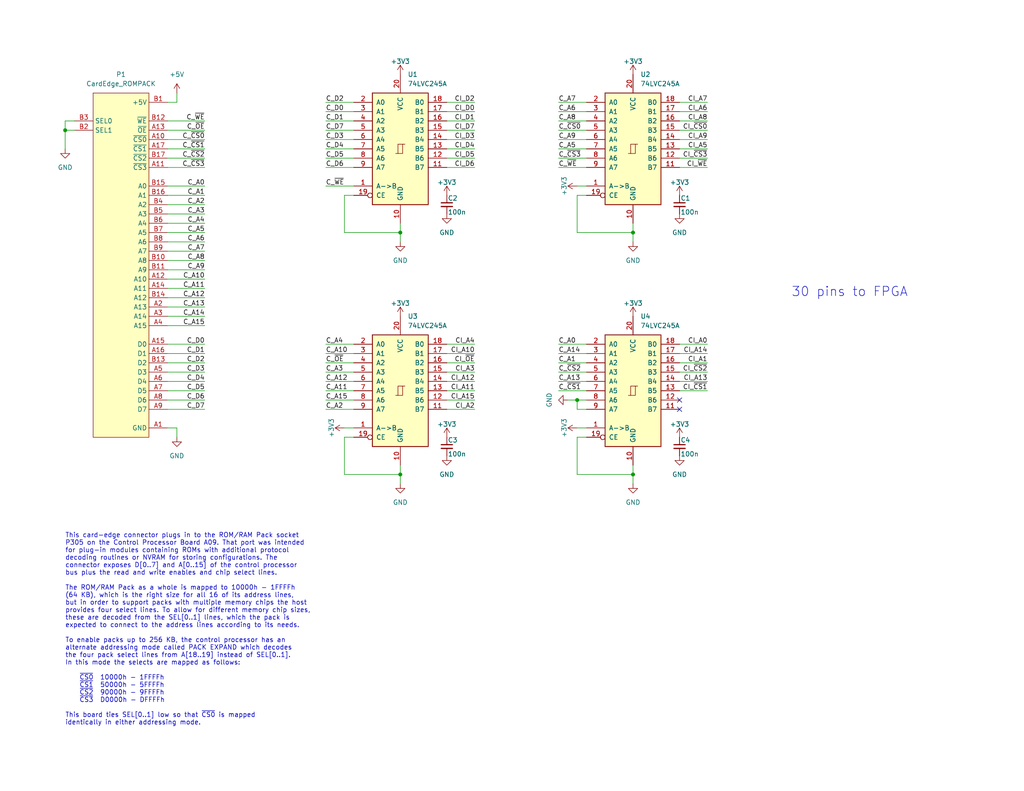
<source format=kicad_sch>
(kicad_sch (version 20211123) (generator eeschema)
  (paper "USLetter")
  (title_block (title "1240-Pi ROM Pack") (date "2022-05-21") (rev "1.0") (company "© 2022 Sam Hanes, licensed under CERN-OHL-S v2+") (comment 1 "https://github.com/Elemecca/1240pi"))
  (lib_symbols
    (symbol "0Local:CardEdge_ROMPACK" (in_bom no)
      (property "Reference" "P" (at 0 8.89 0))
      (property "Value" "CardEdge_ROMPACK" (at 0 -87.63 0))
      (symbol "CardEdge_ROMPACK_0_1"
        (rectangle (start -7.62 7.62) (end 7.62 -86.36) (fill (type background)))
      )
      (symbol "CardEdge_ROMPACK_1_1"
        (pin power_out line (at 12.7 -83.82 180) (length 5.08) (name "GND") (number "A1"))
        (pin output line (at 12.7 -5.08 180) (length 5.08) (name "~{CS0}") (number "A10"))
        (pin output line (at 12.7 -12.7 180) (length 5.08) (name "~{CS3}") (number "A11"))
        (pin output line (at 12.7 -43.18 180) (length 5.08) (name "A10") (number "A12"))
        (pin output line (at 12.7 -2.54 180) (length 5.08) (name "~{OE}") (number "A13"))
        (pin output line (at 12.7 -45.72 180) (length 5.08) (name "A11") (number "A14"))
        (pin bidirectional line (at 12.7 -60.96 180) (length 5.08) (name "D0") (number "A15"))
        (pin bidirectional line (at 12.7 -63.5 180) (length 5.08) (name "D1") (number "A16"))
        (pin output line (at 12.7 -7.62 180) (length 5.08) (name "~{CS1}") (number "A17"))
        (pin power_out line (at 12.7 -83.82 180) (length 5.08) hide (name "GND") (number "A18"))
        (pin output line (at 12.7 -50.8 180) (length 5.08) (name "A13") (number "A2"))
        (pin output line (at 12.7 -53.34 180) (length 5.08) (name "A14") (number "A3"))
        (pin output line (at 12.7 -55.88 180) (length 5.08) (name "A15") (number "A4"))
        (pin bidirectional line (at 12.7 -68.58 180) (length 5.08) (name "D3") (number "A5"))
        (pin bidirectional line (at 12.7 -71.12 180) (length 5.08) (name "D4") (number "A6"))
        (pin bidirectional line (at 12.7 -73.66 180) (length 5.08) (name "D5") (number "A7"))
        (pin bidirectional line (at 12.7 -76.2 180) (length 5.08) (name "D6") (number "A8"))
        (pin bidirectional line (at 12.7 -78.74 180) (length 5.08) (name "D7") (number "A9"))
        (pin power_out line (at 12.7 5.08 180) (length 5.08) (name "+5V") (number "B1"))
        (pin output line (at 12.7 -38.1 180) (length 5.08) (name "A8") (number "B10"))
        (pin output line (at 12.7 -40.64 180) (length 5.08) (name "A9") (number "B11"))
        (pin output line (at 12.7 0 180) (length 5.08) (name "~{WE}") (number "B12"))
        (pin bidirectional line (at 12.7 -66.04 180) (length 5.08) (name "D2") (number "B13"))
        (pin output line (at 12.7 -48.26 180) (length 5.08) (name "A12") (number "B14"))
        (pin output line (at 12.7 -17.78 180) (length 5.08) (name "A0") (number "B15"))
        (pin output line (at 12.7 -20.32 180) (length 5.08) (name "A1") (number "B16"))
        (pin output line (at 12.7 -10.16 180) (length 5.08) (name "~{CS2}") (number "B17"))
        (pin power_out line (at 12.7 5.08 180) (length 5.08) hide (name "+5V") (number "B18"))
        (pin input line (at -12.7 -2.54 0) (length 5.08) (name "SEL1") (number "B2"))
        (pin input line (at -12.7 0 0) (length 5.08) (name "SEL0") (number "B3"))
        (pin output line (at 12.7 -22.86 180) (length 5.08) (name "A2") (number "B4"))
        (pin output line (at 12.7 -25.4 180) (length 5.08) (name "A3") (number "B5"))
        (pin output line (at 12.7 -27.94 180) (length 5.08) (name "A4") (number "B6"))
        (pin output line (at 12.7 -30.48 180) (length 5.08) (name "A5") (number "B7"))
        (pin output line (at 12.7 -33.02 180) (length 5.08) (name "A6") (number "B8"))
        (pin output line (at 12.7 -35.56 180) (length 5.08) (name "A7") (number "B9"))
      )
    )
    (symbol "74xx:74LS245" (pin_names (offset 1.016))
      (property "Reference" "U" (at -7.62 16.51 0))
      (property "Value" "74LS245" (at -7.62 -16.51 0))
      (symbol "74LS245_1_0"
        (polyline (pts (xy -0.635 -1.27) (xy -0.635 1.27) (xy 0.635 1.27)))
        (polyline (pts (xy -1.27 -1.27) (xy 0.635 -1.27) (xy 0.635 1.27) (xy 1.27 1.27)))
        (pin input line (at -12.7 -10.16 0) (length 5.08) (name "A->B") (number "1"))
        (pin power_in line (at 0 -20.32 90) (length 5.08) (name "GND") (number "10"))
        (pin tri_state line (at 12.7 -5.08 180) (length 5.08) (name "B7") (number "11"))
        (pin tri_state line (at 12.7 -2.54 180) (length 5.08) (name "B6") (number "12"))
        (pin tri_state line (at 12.7 0 180) (length 5.08) (name "B5") (number "13"))
        (pin tri_state line (at 12.7 2.54 180) (length 5.08) (name "B4") (number "14"))
        (pin tri_state line (at 12.7 5.08 180) (length 5.08) (name "B3") (number "15"))
        (pin tri_state line (at 12.7 7.62 180) (length 5.08) (name "B2") (number "16"))
        (pin tri_state line (at 12.7 10.16 180) (length 5.08) (name "B1") (number "17"))
        (pin tri_state line (at 12.7 12.7 180) (length 5.08) (name "B0") (number "18"))
        (pin input inverted (at -12.7 -12.7 0) (length 5.08) (name "CE") (number "19"))
        (pin tri_state line (at -12.7 12.7 0) (length 5.08) (name "A0") (number "2"))
        (pin power_in line (at 0 20.32 270) (length 5.08) (name "VCC") (number "20"))
        (pin tri_state line (at -12.7 10.16 0) (length 5.08) (name "A1") (number "3"))
        (pin tri_state line (at -12.7 7.62 0) (length 5.08) (name "A2") (number "4"))
        (pin tri_state line (at -12.7 5.08 0) (length 5.08) (name "A3") (number "5"))
        (pin tri_state line (at -12.7 2.54 0) (length 5.08) (name "A4") (number "6"))
        (pin tri_state line (at -12.7 0 0) (length 5.08) (name "A5") (number "7"))
        (pin tri_state line (at -12.7 -2.54 0) (length 5.08) (name "A6") (number "8"))
        (pin tri_state line (at -12.7 -5.08 0) (length 5.08) (name "A7") (number "9"))
      )
      (symbol "74LS245_1_1"
        (rectangle (start -7.62 15.24) (end 7.62 -15.24) (stroke (width 0.254)) (fill (type background)))
      )
    )
    (symbol "Device:C_Small" (pin_numbers hide) (pin_names (offset 0.254) hide)
      (property "Reference" "C" (at 0.254 1.778 0))
      (property "Value" "C_Small" (at 0.254 -2.032 0))
      (symbol "C_Small_0_1"
        (polyline (pts (xy -1.524 -0.508) (xy 1.524 -0.508)) (stroke (width 0.3302)))
        (polyline (pts (xy -1.524 0.508) (xy 1.524 0.508)) (stroke (width 0.3048)))
      )
      (symbol "C_Small_1_1"
        (pin passive line (at 0 2.54 270) (length 2.032) (name "~") (number "1"))
        (pin passive line (at 0 -2.54 90) (length 2.032) (name "~") (number "2"))
      )
    )
    (symbol "power:+3V3" (power) (pin_names (offset 0))
      (property "Value" "+3V3" (at 0 3.556 0))
      (symbol "+3V3_0_1"
        (polyline (pts (xy -0.762 1.27) (xy 0 2.54)))
        (polyline (pts (xy 0 0) (xy 0 2.54)))
        (polyline (pts (xy 0 2.54) (xy 0.762 1.27)))
      )
      (symbol "+3V3_1_1"
        (pin power_in line (at 0 0 90) (length 0) hide (name "+3V3") (number "1"))
      )
    )
    (symbol "power:+5V" (power) (pin_names (offset 0))
      (property "Value" "+5V" (at 0 3.556 0))
      (symbol "+5V_0_1"
        (polyline (pts (xy -0.762 1.27) (xy 0 2.54)))
        (polyline (pts (xy 0 0) (xy 0 2.54)))
        (polyline (pts (xy 0 2.54) (xy 0.762 1.27)))
      )
      (symbol "+5V_1_1"
        (pin power_in line (at 0 0 90) (length 0) hide (name "+5V") (number "1"))
      )
    )
    (symbol "power:GND" (power) (pin_names (offset 0))
      (property "Value" "GND" (at 0 -3.81 0))
      (symbol "GND_0_1"
        (polyline (pts (xy 0 0) (xy 0 -1.27) (xy 1.27 -1.27) (xy 0 -2.54) (xy -1.27 -1.27) (xy 0 -1.27)))
      )
      (symbol "GND_1_1"
        (pin power_in line (at 0 0 270) (length 0) hide (name "GND") (number "1"))
      )
    )
  )
  (junction (at 109.22 63.5))
  (junction (at 172.72 129.54))
  (junction (at 157.48 109.22))
  (junction (at 109.22 129.54))
  (junction (at 17.78 35.56))
  (junction (at 172.72 63.5))
  (no_connect (at 185.42 111.76))
  (no_connect (at 185.42 109.22))
  (wire (pts (xy 152.4 106.68) (xy 160.02 106.68)))
  (wire (pts (xy 157.48 111.76) (xy 157.48 109.22)))
  (wire (pts (xy 88.9 43.18) (xy 96.52 43.18)))
  (wire (pts (xy 17.78 35.56) (xy 20.32 35.56)))
  (wire (pts (xy 152.4 40.64) (xy 160.02 40.64)))
  (wire (pts (xy 45.72 86.36) (xy 55.88 86.36)))
  (wire (pts (xy 88.9 96.52) (xy 96.52 96.52)))
  (wire (pts (xy 45.72 96.52) (xy 55.88 96.52)))
  (wire (pts (xy 193.04 40.64) (xy 185.42 40.64)))
  (wire (pts (xy 45.72 66.04) (xy 55.88 66.04)))
  (wire (pts (xy 157.48 116.84) (xy 160.02 116.84)))
  (wire (pts (xy 129.54 101.6) (xy 121.92 101.6)))
  (wire (pts (xy 45.72 93.98) (xy 55.88 93.98)))
  (wire (pts (xy 129.54 96.52) (xy 121.92 96.52)))
  (wire (pts (xy 45.72 27.94) (xy 48.26 27.94)))
  (wire (pts (xy 17.78 35.56) (xy 17.78 40.64)))
  (wire (pts (xy 45.72 104.14) (xy 55.88 104.14)))
  (wire (pts (xy 185.42 93.98) (xy 193.04 93.98)))
  (wire (pts (xy 152.4 93.98) (xy 160.02 93.98)))
  (wire (pts (xy 45.72 50.8) (xy 55.88 50.8)))
  (wire (pts (xy 152.4 104.14) (xy 160.02 104.14)))
  (wire (pts (xy 45.72 53.34) (xy 55.88 53.34)))
  (wire (pts (xy 172.72 63.5) (xy 172.72 66.04)))
  (wire (pts (xy 88.9 35.56) (xy 96.52 35.56)))
  (wire (pts (xy 129.54 30.48) (xy 121.92 30.48)))
  (wire (pts (xy 88.9 27.94) (xy 96.52 27.94)))
  (wire (pts (xy 109.22 129.54) (xy 109.22 127)))
  (wire (pts (xy 193.04 30.48) (xy 185.42 30.48)))
  (wire (pts (xy 129.54 38.1) (xy 121.92 38.1)))
  (wire (pts (xy 152.4 27.94) (xy 160.02 27.94)))
  (wire (pts (xy 88.9 40.64) (xy 96.52 40.64)))
  (wire (pts (xy 157.48 63.5) (xy 172.72 63.5)))
  (wire (pts (xy 88.9 38.1) (xy 96.52 38.1)))
  (wire (pts (xy 88.9 99.06) (xy 96.52 99.06)))
  (wire (pts (xy 45.72 88.9) (xy 55.88 88.9)))
  (wire (pts (xy 157.48 53.34) (xy 157.48 63.5)))
  (wire (pts (xy 109.22 129.54) (xy 109.22 132.08)))
  (wire (pts (xy 88.9 33.02) (xy 96.52 33.02)))
  (wire (pts (xy 45.72 106.68) (xy 55.88 106.68)))
  (wire (pts (xy 93.98 119.38) (xy 93.98 129.54)))
  (wire (pts (xy 45.72 101.6) (xy 55.88 101.6)))
  (wire (pts (xy 129.54 99.06) (xy 121.92 99.06)))
  (wire (pts (xy 129.54 109.22) (xy 121.92 109.22)))
  (wire (pts (xy 129.54 45.72) (xy 121.92 45.72)))
  (wire (pts (xy 129.54 33.02) (xy 121.92 33.02)))
  (wire (pts (xy 129.54 40.64) (xy 121.92 40.64)))
  (wire (pts (xy 193.04 104.14) (xy 185.42 104.14)))
  (wire (pts (xy 96.52 53.34) (xy 93.98 53.34)))
  (wire (pts (xy 109.22 60.96) (xy 109.22 63.5)))
  (wire (pts (xy 93.98 63.5) (xy 109.22 63.5)))
  (wire (pts (xy 172.72 63.5) (xy 172.72 60.96)))
  (wire (pts (xy 154.94 109.22) (xy 157.48 109.22)))
  (wire (pts (xy 152.4 101.6) (xy 160.02 101.6)))
  (wire (pts (xy 129.54 106.68) (xy 121.92 106.68)))
  (wire (pts (xy 88.9 101.6) (xy 96.52 101.6)))
  (wire (pts (xy 45.72 43.18) (xy 55.88 43.18)))
  (wire (pts (xy 93.98 53.34) (xy 93.98 63.5)))
  (wire (pts (xy 45.72 83.82) (xy 55.88 83.82)))
  (wire (pts (xy 152.4 96.52) (xy 160.02 96.52)))
  (wire (pts (xy 45.72 68.58) (xy 55.88 68.58)))
  (wire (pts (xy 45.72 35.56) (xy 55.88 35.56)))
  (wire (pts (xy 109.22 63.5) (xy 109.22 66.04)))
  (wire (pts (xy 45.72 33.02) (xy 55.88 33.02)))
  (wire (pts (xy 193.04 45.72) (xy 185.42 45.72)))
  (wire (pts (xy 45.72 116.84) (xy 48.26 116.84)))
  (wire (pts (xy 160.02 50.8) (xy 157.48 50.8)))
  (wire (pts (xy 48.26 27.94) (xy 48.26 25.4)))
  (wire (pts (xy 157.48 119.38) (xy 160.02 119.38)))
  (wire (pts (xy 93.98 119.38) (xy 96.52 119.38)))
  (wire (pts (xy 193.04 106.68) (xy 185.42 106.68)))
  (wire (pts (xy 129.54 43.18) (xy 121.92 43.18)))
  (wire (pts (xy 45.72 71.12) (xy 55.88 71.12)))
  (wire (pts (xy 129.54 35.56) (xy 121.92 35.56)))
  (wire (pts (xy 152.4 45.72) (xy 160.02 45.72)))
  (wire (pts (xy 129.54 104.14) (xy 121.92 104.14)))
  (wire (pts (xy 88.9 106.68) (xy 96.52 106.68)))
  (wire (pts (xy 152.4 30.48) (xy 160.02 30.48)))
  (wire (pts (xy 152.4 33.02) (xy 160.02 33.02)))
  (wire (pts (xy 45.72 99.06) (xy 55.88 99.06)))
  (wire (pts (xy 185.42 96.52) (xy 193.04 96.52)))
  (wire (pts (xy 152.4 43.18) (xy 160.02 43.18)))
  (wire (pts (xy 193.04 43.18) (xy 185.42 43.18)))
  (wire (pts (xy 45.72 109.22) (xy 55.88 109.22)))
  (wire (pts (xy 96.52 116.84) (xy 93.98 116.84)))
  (wire (pts (xy 45.72 38.1) (xy 55.88 38.1)))
  (wire (pts (xy 157.48 119.38) (xy 157.48 129.54)))
  (wire (pts (xy 17.78 33.02) (xy 17.78 35.56)))
  (wire (pts (xy 193.04 35.56) (xy 185.42 35.56)))
  (wire (pts (xy 129.54 111.76) (xy 121.92 111.76)))
  (wire (pts (xy 88.9 30.48) (xy 96.52 30.48)))
  (wire (pts (xy 129.54 93.98) (xy 121.92 93.98)))
  (wire (pts (xy 88.9 109.22) (xy 96.52 109.22)))
  (wire (pts (xy 45.72 45.72) (xy 55.88 45.72)))
  (wire (pts (xy 45.72 76.2) (xy 55.88 76.2)))
  (wire (pts (xy 172.72 129.54) (xy 172.72 127)))
  (wire (pts (xy 48.26 116.84) (xy 48.26 119.38)))
  (wire (pts (xy 193.04 101.6) (xy 185.42 101.6)))
  (wire (pts (xy 88.9 104.14) (xy 96.52 104.14)))
  (wire (pts (xy 88.9 50.8) (xy 96.52 50.8)))
  (wire (pts (xy 45.72 111.76) (xy 55.88 111.76)))
  (wire (pts (xy 45.72 63.5) (xy 55.88 63.5)))
  (wire (pts (xy 152.4 99.06) (xy 160.02 99.06)))
  (wire (pts (xy 152.4 38.1) (xy 160.02 38.1)))
  (wire (pts (xy 88.9 45.72) (xy 96.52 45.72)))
  (wire (pts (xy 45.72 81.28) (xy 55.88 81.28)))
  (wire (pts (xy 45.72 55.88) (xy 55.88 55.88)))
  (wire (pts (xy 152.4 35.56) (xy 160.02 35.56)))
  (wire (pts (xy 45.72 78.74) (xy 55.88 78.74)))
  (wire (pts (xy 93.98 129.54) (xy 109.22 129.54)))
  (wire (pts (xy 45.72 60.96) (xy 55.88 60.96)))
  (wire (pts (xy 88.9 111.76) (xy 96.52 111.76)))
  (wire (pts (xy 129.54 27.94) (xy 121.92 27.94)))
  (wire (pts (xy 157.48 53.34) (xy 160.02 53.34)))
  (wire (pts (xy 193.04 99.06) (xy 185.42 99.06)))
  (wire (pts (xy 193.04 33.02) (xy 185.42 33.02)))
  (wire (pts (xy 172.72 129.54) (xy 172.72 132.08)))
  (wire (pts (xy 160.02 111.76) (xy 157.48 111.76)))
  (wire (pts (xy 157.48 129.54) (xy 172.72 129.54)))
  (wire (pts (xy 45.72 73.66) (xy 55.88 73.66)))
  (wire (pts (xy 88.9 93.98) (xy 96.52 93.98)))
  (wire (pts (xy 193.04 38.1) (xy 185.42 38.1)))
  (wire (pts (xy 157.48 109.22) (xy 160.02 109.22)))
  (wire (pts (xy 45.72 58.42) (xy 55.88 58.42)))
  (wire (pts (xy 20.32 33.02) (xy 17.78 33.02)))
  (wire (pts (xy 193.04 27.94) (xy 185.42 27.94)))
  (wire (pts (xy 45.72 40.64) (xy 55.88 40.64)))
  (text "This card-edge connector plugs in to the ROM/RAM Pack socket\nP305 on the Control Processor Board A09. That port was intended\nfor plug-in modules containing ROMs with additional protocol\ndecoding routines or NVRAM for storing configurations. The\nconnector exposes D[0..7] and A[0..15] of the control processor\nbus plus the read and write enables and chip select lines.\n\nThe ROM/RAM Pack as a whole is mapped to 10000h - 1FFFFh\n(64 KB), which is the right size for all 16 of its address lines,\nbut in order to support packs with multiple memory chips the host\nprovides four select lines. To allow for different memory chip sizes,\nthese are decoded from the SEL[0..1] lines, which the pack is\nexpected to connect to the address lines according to its needs.\n\nTo enable packs up to 256 KB, the control processor has an\nalternate addressing mode called PACK EXPAND which decodes\nthe four pack select lines from A[18..19] instead of SEL[0..1].\nIn this mode the selects are mapped as follows:\n\n    ~{CS0}  10000h - 1FFFFh\n    ~{CS1}  50000h - 5FFFFh\n    ~{CS2}  90000h - 9FFFFh\n    ~{CS3}  D0000h - DFFFFh\n\nThis board ties SEL[0..1] low so that ~{CS0} is mapped\nidentically in either addressing mode." (at 17.78 198.12 0) (effects (font (size 1.27 1.27)) (justify left bottom)))
  (text "30 pins to FPGA" (at 215.9 81.28 0) (effects (font (size 2.54 2.54)) (justify left bottom)))
  (label "C_A15" (at 88.9 109.22 0))
  (label "C_A5" (at 152.4 40.64 0))
  (label "CI_D0" (at 129.54 30.48 180))
  (label "C_D5" (at 55.88 106.68 180))
  (label "C_D0" (at 55.88 93.98 180))
  (label "CI_~{CS3}" (at 193.04 43.18 180))
  (label "C_~{CS2}" (at 55.88 43.18 180))
  (label "CI_D5" (at 129.54 43.18 180))
  (label "CI_A7" (at 193.04 27.94 180))
  (label "CI_A8" (at 193.04 33.02 180))
  (label "C_D7" (at 55.88 111.76 180))
  (label "C_~{WE}" (at 152.4 45.72 0))
  (label "CI_A2" (at 129.54 111.76 180))
  (label "CI_A0" (at 193.04 93.98 180))
  (label "C_A9" (at 152.4 38.1 0))
  (label "C_A8" (at 152.4 33.02 0))
  (label "C_~{CS0}" (at 152.4 35.56 0))
  (label "C_D6" (at 88.9 45.72 0))
  (label "C_~{CS0}" (at 55.88 38.1 180))
  (label "C_A1" (at 152.4 99.06 0))
  (label "CI_A10" (at 129.54 96.52 180))
  (label "CI_~{OE}" (at 129.54 99.06 180))
  (label "C_A9" (at 55.88 73.66 180))
  (label "C_D5" (at 88.9 43.18 0))
  (label "CI_~{CS2}" (at 193.04 101.6 180))
  (label "CI_A13" (at 193.04 104.14 180))
  (label "C_~{WE}" (at 55.88 33.02 180))
  (label "C_D3" (at 88.9 38.1 0))
  (label "CI_~{WE}" (at 193.04 45.72 180))
  (label "CI_A5" (at 193.04 40.64 180))
  (label "C_A1" (at 55.88 53.34 180))
  (label "CI_A12" (at 129.54 104.14 180))
  (label "C_A13" (at 152.4 104.14 0))
  (label "CI_~{CS0}" (at 193.04 35.56 180))
  (label "CI_D3" (at 129.54 38.1 180))
  (label "C_A8" (at 55.88 71.12 180))
  (label "CI_D6" (at 129.54 45.72 180))
  (label "C_A14" (at 55.88 86.36 180))
  (label "C_D1" (at 55.88 96.52 180))
  (label "CI_A4" (at 129.54 93.98 180))
  (label "C_A15" (at 55.88 88.9 180))
  (label "C_A3" (at 55.88 58.42 180))
  (label "CI_A3" (at 129.54 101.6 180))
  (label "C_~{CS2}" (at 152.4 101.6 0))
  (label "C_D0" (at 88.9 30.48 0))
  (label "C_A6" (at 152.4 30.48 0))
  (label "C_A2" (at 88.9 111.76 0))
  (label "C_A7" (at 55.88 68.58 180))
  (label "C_A5" (at 55.88 63.5 180))
  (label "C_D4" (at 55.88 104.14 180))
  (label "CI_A14" (at 193.04 96.52 180))
  (label "CI_D7" (at 129.54 35.56 180))
  (label "C_~{CS1}" (at 55.88 40.64 180))
  (label "C_A14" (at 152.4 96.52 0))
  (label "CI_D1" (at 129.54 33.02 180))
  (label "CI_A11" (at 129.54 106.68 180))
  (label "C_A0" (at 152.4 93.98 0))
  (label "C_A4" (at 88.9 93.98 0))
  (label "C_A12" (at 55.88 81.28 180))
  (label "C_A0" (at 55.88 50.8 180))
  (label "C_A11" (at 88.9 106.68 0))
  (label "CI_D4" (at 129.54 40.64 180))
  (label "CI_D2" (at 129.54 27.94 180))
  (label "C_~{OE}" (at 55.88 35.56 180))
  (label "C_A2" (at 55.88 55.88 180))
  (label "CI_A6" (at 193.04 30.48 180))
  (label "C_D2" (at 88.9 27.94 0))
  (label "CI_A15" (at 129.54 109.22 180))
  (label "C_A10" (at 88.9 96.52 0))
  (label "C_A10" (at 55.88 76.2 180))
  (label "C_A13" (at 55.88 83.82 180))
  (label "C_D1" (at 88.9 33.02 0))
  (label "CI_A9" (at 193.04 38.1 180))
  (label "C_~{CS3}" (at 152.4 43.18 0))
  (label "CI_~{CS1}" (at 193.04 106.68 180))
  (label "C_D6" (at 55.88 109.22 180))
  (label "CI_A1" (at 193.04 99.06 180))
  (label "C_D2" (at 55.88 99.06 180))
  (label "C_~{CS1}" (at 152.4 106.68 0))
  (label "C_A12" (at 88.9 104.14 0))
  (label "C_~{CS3}" (at 55.88 45.72 180))
  (label "C_~{WE}" (at 88.9 50.8 0))
  (label "C_A11" (at 55.88 78.74 180))
  (label "C_A7" (at 152.4 27.94 0))
  (label "C_D3" (at 55.88 101.6 180))
  (label "C_A6" (at 55.88 66.04 180))
  (label "C_A3" (at 88.9 101.6 0))
  (label "C_~{OE}" (at 88.9 99.06 0))
  (label "C_A4" (at 55.88 60.96 180))
  (label "C_D4" (at 88.9 40.64 0))
  (label "C_D7" (at 88.9 35.56 0))
  (symbol (lib_id "power:GND") (at 121.92 124.46 0) (unit 1)
    (property "Reference" "#PWR011" (effects hide))
    (property "Value" "GND" (at 121.92 129.54 0))
  )
  (symbol (lib_id "power:+3V3") (at 157.48 50.8 90) (unit 1)
    (property "Reference" "#PWR0113" (effects hide))
    (property "Value" "+3V3" (at 153.924 50.8 0))
  )
  (symbol (lib_id "power:+3V3") (at 93.98 116.84 90) (unit 1)
    (property "Reference" "#PWR0112" (effects hide))
    (property "Value" "+3V3" (at 90.424 116.84 0))
  )
  (symbol (lib_id "Device:C_Small") (at 185.42 121.92 0) (unit 1)
    (property "Reference" "C4" (at 185.674 120.142 0) (effects (justify left)))
    (property "Value" "100n" (at 185.674 123.952 0) (effects (justify left)))
    (property "Footprint" "Resistor_SMD:R_0402_1005Metric" (effects hide))
  )
  (symbol (lib_id "power:+3V3") (at 185.42 119.38 0) (unit 1)
    (property "Reference" "#PWR014" (effects hide))
    (property "Value" "+3V3" (at 185.42 115.824 0))
  )
  (symbol (lib_id "power:+3V3") (at 172.72 86.36 0) (unit 1)
    (property "Reference" "#PWR06" (effects hide))
    (property "Value" "+3V3" (at 172.72 82.804 0))
  )
  (symbol (lib_id "power:+3V3") (at 109.22 86.36 0) (unit 1)
    (property "Reference" "#PWR04" (effects hide))
    (property "Value" "+3V3" (at 109.22 82.804 0))
  )
  (symbol (lib_id "0Local:CardEdge_ROMPACK") (at 33.02 33.02 0) (unit 1) (in_bom no)
    (property "Reference" "P1" (at 33.02 20.32 0))
    (property "Value" "CardEdge_ROMPACK" (at 33.02 22.86 0))
    (property "Footprint" "0Local:CardEdge_18x2" (effects hide))
  )
  (symbol (lib_id "power:+3V3") (at 121.92 119.38 0) (unit 1)
    (property "Reference" "#PWR010" (effects hide))
    (property "Value" "+3V3" (at 121.92 115.824 0))
  )
  (symbol (lib_id "74xx:74LS245") (at 172.72 40.64 0) (unit 1)
    (property "Reference" "U2" (at 174.7394 20.32 0) (effects (justify left)))
    (property "Value" "74LVC245A" (at 174.7394 22.86 0) (effects (justify left)))
    (property "Footprint" "0Local:Nexperia_SOT764-1" (effects hide))
    (property "Datasheet" "https://assets.nexperia.com/documents/data-sheet/74LVC_LVCH245A.pdf" (effects hide))
  )
  (symbol (lib_id "power:+3V3") (at 157.48 116.84 90) (unit 1)
    (property "Reference" "#PWR0111" (effects hide))
    (property "Value" "+3V3" (at 153.924 116.84 0))
  )
  (symbol (lib_id "Device:C_Small") (at 121.92 121.92 0) (unit 1)
    (property "Reference" "C3" (at 122.174 120.142 0) (effects (justify left)))
    (property "Value" "100n" (at 122.174 123.952 0) (effects (justify left)))
    (property "Footprint" "Resistor_SMD:R_0402_1005Metric" (effects hide))
  )
  (symbol (lib_id "power:GND") (at 154.94 109.22 270) (unit 1)
    (property "Reference" "#PWR0114" (effects hide))
    (property "Value" "GND" (at 149.86 109.22 0))
  )
  (symbol (lib_id "74xx:74LS245") (at 109.22 106.68 0) (unit 1)
    (property "Reference" "U3" (at 111.2394 86.36 0) (effects (justify left)))
    (property "Value" "74LVC245A" (at 111.2394 88.9 0) (effects (justify left)))
    (property "Footprint" "0Local:Nexperia_SOT764-1" (effects hide))
    (property "Datasheet" "https://assets.nexperia.com/documents/data-sheet/74LVC_LVCH245A.pdf" (effects hide))
  )
  (symbol (lib_id "power:GND") (at 17.78 40.64 0) (unit 1)
    (property "Reference" "#PWR01" (effects hide))
    (property "Value" "GND" (at 17.78 45.72 0))
  )
  (symbol (lib_id "power:GND") (at 121.92 58.42 0) (unit 1)
    (property "Reference" "#PWR013" (effects hide))
    (property "Value" "GND" (at 121.92 63.5 0))
  )
  (symbol (lib_id "power:GND") (at 185.42 58.42 0) (unit 1)
    (property "Reference" "#PWR09" (effects hide))
    (property "Value" "GND" (at 185.42 63.5 0))
  )
  (symbol (lib_id "Device:C_Small") (at 185.42 55.88 0) (unit 1)
    (property "Reference" "C1" (at 185.674 54.102 0) (effects (justify left)))
    (property "Value" "100n" (at 185.674 57.912 0) (effects (justify left)))
    (property "Footprint" "Resistor_SMD:R_0402_1005Metric" (effects hide))
  )
  (symbol (lib_id "power:+3V3") (at 185.42 53.34 0) (unit 1)
    (property "Reference" "#PWR08" (effects hide))
    (property "Value" "+3V3" (at 185.42 49.784 0))
  )
  (symbol (lib_id "power:GND") (at 109.22 66.04 0) (unit 1)
    (property "Reference" "#PWR0110" (effects hide))
    (property "Value" "GND" (at 109.22 71.12 0))
  )
  (symbol (lib_id "power:+3V3") (at 109.22 20.32 0) (unit 1)
    (property "Reference" "#PWR0109" (effects hide))
    (property "Value" "+3V3" (at 109.22 16.764 0))
  )
  (symbol (lib_id "74xx:74LS245") (at 109.22 40.64 0) (unit 1)
    (property "Reference" "U1" (at 111.2394 20.32 0) (effects (justify left)))
    (property "Value" "74LVC245A" (at 111.2394 22.86 0) (effects (justify left)))
    (property "Footprint" "0Local:Nexperia_SOT764-1" (effects hide))
    (property "Datasheet" "https://assets.nexperia.com/documents/data-sheet/74LVC_LVCH245A.pdf" (effects hide))
  )
  (symbol (lib_id "power:+3V3") (at 121.92 53.34 0) (unit 1)
    (property "Reference" "#PWR012" (effects hide))
    (property "Value" "+3V3" (at 121.92 49.784 0))
  )
  (symbol (lib_id "74xx:74LS245") (at 172.72 106.68 0) (unit 1)
    (property "Reference" "U4" (at 174.7394 86.36 0) (effects (justify left)))
    (property "Value" "74LVC245A" (at 174.7394 88.9 0) (effects (justify left)))
    (property "Footprint" "0Local:Nexperia_SOT764-1" (effects hide))
    (property "Datasheet" "https://assets.nexperia.com/documents/data-sheet/74LVC_LVCH245A.pdf" (effects hide))
  )
  (symbol (lib_id "Device:C_Small") (at 121.92 55.88 0) (unit 1)
    (property "Reference" "C2" (at 122.174 54.102 0) (effects (justify left)))
    (property "Value" "100n" (at 122.174 57.912 0) (effects (justify left)))
    (property "Footprint" "Resistor_SMD:R_0402_1005Metric" (effects hide))
  )
  (symbol (lib_id "power:+5V") (at 48.26 25.4 0) (unit 1)
    (property "Reference" "#PWR0101" (effects hide))
    (property "Value" "+5V" (at 48.26 20.32 0))
  )
  (symbol (lib_id "power:GND") (at 48.26 119.38 0) (unit 1)
    (property "Reference" "#PWR0102" (effects hide))
    (property "Value" "GND" (at 48.26 124.46 0))
  )
  (symbol (lib_id "power:GND") (at 185.42 124.46 0) (unit 1)
    (property "Reference" "#PWR015" (effects hide))
    (property "Value" "GND" (at 185.42 129.54 0))
  )
  (symbol (lib_id "power:GND") (at 172.72 132.08 0) (unit 1)
    (property "Reference" "#PWR07" (effects hide))
    (property "Value" "GND" (at 172.72 137.16 0))
  )
  (symbol (lib_id "power:GND") (at 172.72 66.04 0) (unit 1)
    (property "Reference" "#PWR03" (effects hide))
    (property "Value" "GND" (at 172.72 71.12 0))
  )
  (symbol (lib_id "power:+3V3") (at 172.72 20.32 0) (unit 1)
    (property "Reference" "#PWR02" (effects hide))
    (property "Value" "+3V3" (at 172.72 16.764 0))
  )
  (symbol (lib_id "power:GND") (at 109.22 132.08 0) (unit 1)
    (property "Reference" "#PWR05" (effects hide))
    (property "Value" "GND" (at 109.22 137.16 0))
  )
)
</source>
